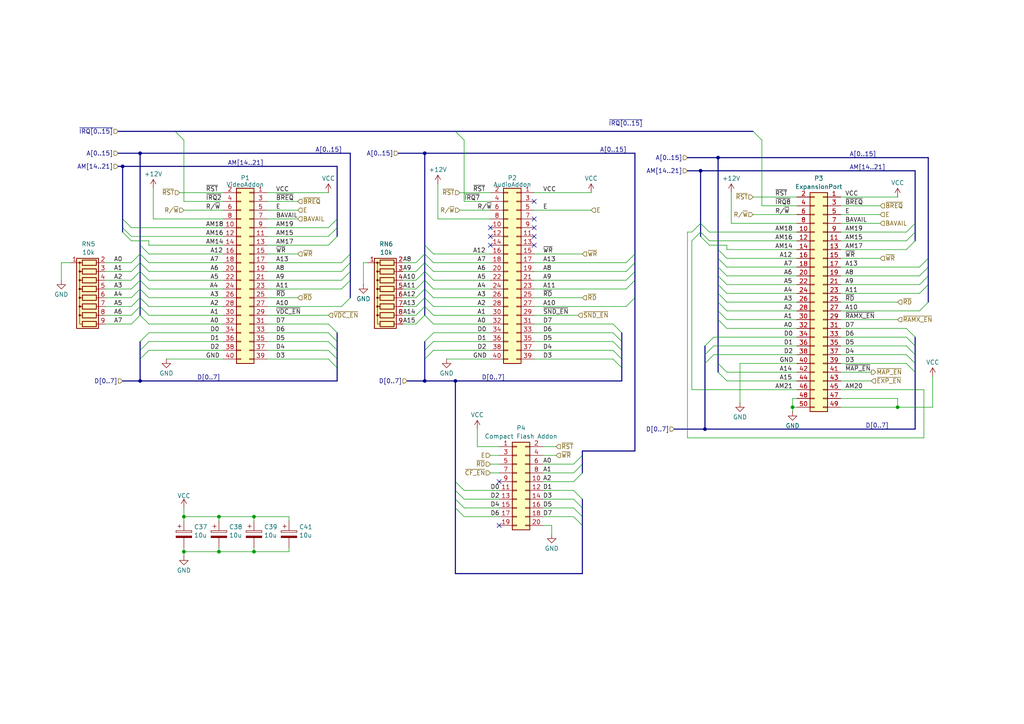
<source format=kicad_sch>
(kicad_sch (version 20250114) (generator "eeschema") (generator_version "9.0")
  (paper "A4")
  (title_block (title "MicroLind - Addon & Expansion Ports") (date "2025-08-15") (rev "C1") (company "Sperly Retro Electronics"))
  (lib_symbols
    (symbol "Connector_Generic:Conn_02x10_Odd_Even" (pin_names (offset 1.016) (hide yes))
      (property "Reference" "J" (at 1.27 12.7 0))
      (property "Value" "Conn_02x10_Odd_Even" (at 1.27 -15.24 0))
      (symbol "Conn_02x10_Odd_Even_1_1"
        (pin passive line (at -5.08 10.16 0) (length 3.81) (name "Pin_1") (number "1"))
        (pin passive line (at -5.08 7.62 0) (length 3.81) (name "Pin_3") (number "3"))
        (pin passive line (at -5.08 5.08 0) (length 3.81) (name "Pin_5") (number "5"))
        (pin passive line (at -5.08 2.54 0) (length 3.81) (name "Pin_7") (number "7"))
        (pin passive line (at -5.08 0 0) (length 3.81) (name "Pin_9") (number "9"))
        (pin passive line (at -5.08 -2.54 0) (length 3.81) (name "Pin_11") (number "11"))
        (pin passive line (at -5.08 -5.08 0) (length 3.81) (name "Pin_13") (number "13"))
        (pin passive line (at -5.08 -7.62 0) (length 3.81) (name "Pin_15") (number "15"))
        (pin passive line (at -5.08 -10.16 0) (length 3.81) (name "Pin_17") (number "17"))
        (pin passive line (at -5.08 -12.7 0) (length 3.81) (name "Pin_19") (number "19"))
        (pin passive line (at 7.62 10.16 180) (length 3.81) (name "Pin_2") (number "2"))
        (pin passive line (at 7.62 7.62 180) (length 3.81) (name "Pin_4") (number "4"))
        (pin passive line (at 7.62 5.08 180) (length 3.81) (name "Pin_6") (number "6"))
        (pin passive line (at 7.62 2.54 180) (length 3.81) (name "Pin_8") (number "8"))
        (pin passive line (at 7.62 0 180) (length 3.81) (name "Pin_10") (number "10"))
        (pin passive line (at 7.62 -2.54 180) (length 3.81) (name "Pin_12") (number "12"))
        (pin passive line (at 7.62 -5.08 180) (length 3.81) (name "Pin_14") (number "14"))
        (pin passive line (at 7.62 -7.62 180) (length 3.81) (name "Pin_16") (number "16"))
        (pin passive line (at 7.62 -10.16 180) (length 3.81) (name "Pin_18") (number "18"))
        (pin passive line (at 7.62 -12.7 180) (length 3.81) (name "Pin_20") (number "20"))
      )
    )
    (symbol "Connector_Generic:Conn_02x20_Odd_Even" (pin_names (offset 1.016) (hide yes))
      (property "Reference" "J" (at 1.27 25.4 0))
      (property "Value" "Conn_02x20_Odd_Even" (at 1.27 -27.94 0))
      (symbol "Conn_02x20_Odd_Even_1_1"
        (pin passive line (at -5.08 22.86 0) (length 3.81) (name "Pin_1") (number "1"))
        (pin passive line (at -5.08 20.32 0) (length 3.81) (name "Pin_3") (number "3"))
        (pin passive line (at -5.08 17.78 0) (length 3.81) (name "Pin_5") (number "5"))
        (pin passive line (at -5.08 15.24 0) (length 3.81) (name "Pin_7") (number "7"))
        (pin passive line (at -5.08 12.7 0) (length 3.81) (name "Pin_9") (number "9"))
        (pin passive line (at -5.08 10.16 0) (length 3.81) (name "Pin_11") (number "11"))
        (pin passive line (at -5.08 7.62 0) (length 3.81) (name "Pin_13") (number "13"))
        (pin passive line (at -5.08 5.08 0) (length 3.81) (name "Pin_15") (number "15"))
        (pin passive line (at -5.08 2.54 0) (length 3.81) (name "Pin_17") (number "17"))
        (pin passive line (at -5.08 0 0) (length 3.81) (name "Pin_19") (number "19"))
        (pin passive line (at -5.08 -2.54 0) (length 3.81) (name "Pin_21") (number "21"))
        (pin passive line (at -5.08 -5.08 0) (length 3.81) (name "Pin_23") (number "23"))
        (pin passive line (at -5.08 -7.62 0) (length 3.81) (name "Pin_25") (number "25"))
        (pin passive line (at -5.08 -10.16 0) (length 3.81) (name "Pin_27") (number "27"))
        (pin passive line (at -5.08 -12.7 0) (length 3.81) (name "Pin_29") (number "29"))
        (pin passive line (at -5.08 -15.24 0) (length 3.81) (name "Pin_31") (number "31"))
        (pin passive line (at -5.08 -17.78 0) (length 3.81) (name "Pin_33") (number "33"))
        (pin passive line (at -5.08 -20.32 0) (length 3.81) (name "Pin_35") (number "35"))
        (pin passive line (at -5.08 -22.86 0) (length 3.81) (name "Pin_37") (number "37"))
        (pin passive line (at -5.08 -25.4 0) (length 3.81) (name "Pin_39") (number "39"))
        (pin passive line (at 7.62 22.86 180) (length 3.81) (name "Pin_2") (number "2"))
        (pin passive line (at 7.62 20.32 180) (length 3.81) (name "Pin_4") (number "4"))
        (pin passive line (at 7.62 17.78 180) (length 3.81) (name "Pin_6") (number "6"))
        (pin passive line (at 7.62 15.24 180) (length 3.81) (name "Pin_8") (number "8"))
        (pin passive line (at 7.62 12.7 180) (length 3.81) (name "Pin_10") (number "10"))
        (pin passive line (at 7.62 10.16 180) (length 3.81) (name "Pin_12") (number "12"))
        (pin passive line (at 7.62 7.62 180) (length 3.81) (name "Pin_14") (number "14"))
        (pin passive line (at 7.62 5.08 180) (length 3.81) (name "Pin_16") (number "16"))
        (pin passive line (at 7.62 2.54 180) (length 3.81) (name "Pin_18") (number "18"))
        (pin passive line (at 7.62 0 180) (length 3.81) (name "Pin_20") (number "20"))
        (pin passive line (at 7.62 -2.54 180) (length 3.81) (name "Pin_22") (number "22"))
        (pin passive line (at 7.62 -5.08 180) (length 3.81) (name "Pin_24") (number "24"))
        (pin passive line (at 7.62 -7.62 180) (length 3.81) (name "Pin_26") (number "26"))
        (pin passive line (at 7.62 -10.16 180) (length 3.81) (name "Pin_28") (number "28"))
        (pin passive line (at 7.62 -12.7 180) (length 3.81) (name "Pin_30") (number "30"))
        (pin passive line (at 7.62 -15.24 180) (length 3.81) (name "Pin_32") (number "32"))
        (pin passive line (at 7.62 -17.78 180) (length 3.81) (name "Pin_34") (number "34"))
        (pin passive line (at 7.62 -20.32 180) (length 3.81) (name "Pin_36") (number "36"))
        (pin passive line (at 7.62 -22.86 180) (length 3.81) (name "Pin_38") (number "38"))
        (pin passive line (at 7.62 -25.4 180) (length 3.81) (name "Pin_40") (number "40"))
      )
    )
    (symbol "Connector_Generic:Conn_02x25_Odd_Even" (pin_names (offset 1.016) (hide yes))
      (property "Reference" "J" (at 1.27 33.02 0))
      (property "Value" "Conn_02x25_Odd_Even" (at 1.27 -33.02 0))
      (symbol "Conn_02x25_Odd_Even_1_1"
        (pin passive line (at -5.08 30.48 0) (length 3.81) (name "Pin_1") (number "1"))
        (pin passive line (at -5.08 27.94 0) (length 3.81) (name "Pin_3") (number "3"))
        (pin passive line (at -5.08 25.4 0) (length 3.81) (name "Pin_5") (number "5"))
        (pin passive line (at -5.08 22.86 0) (length 3.81) (name "Pin_7") (number "7"))
        (pin passive line (at -5.08 20.32 0) (length 3.81) (name "Pin_9") (number "9"))
        (pin passive line (at -5.08 17.78 0) (length 3.81) (name "Pin_11") (number "11"))
        (pin passive line (at -5.08 15.24 0) (length 3.81) (name "Pin_13") (number "13"))
        (pin passive line (at -5.08 12.7 0) (length 3.81) (name "Pin_15") (number "15"))
        (pin passive line (at -5.08 10.16 0) (length 3.81) (name "Pin_17") (number "17"))
        (pin passive line (at -5.08 7.62 0) (length 3.81) (name "Pin_19") (number "19"))
        (pin passive line (at -5.08 5.08 0) (length 3.81) (name "Pin_21") (number "21"))
        (pin passive line (at -5.08 2.54 0) (length 3.81) (name "Pin_23") (number "23"))
        (pin passive line (at -5.08 0 0) (length 3.81) (name "Pin_25") (number "25"))
        (pin passive line (at -5.08 -2.54 0) (length 3.81) (name "Pin_27") (number "27"))
        (pin passive line (at -5.08 -5.08 0) (length 3.81) (name "Pin_29") (number "29"))
        (pin passive line (at -5.08 -7.62 0) (length 3.81) (name "Pin_31") (number "31"))
        (pin passive line (at -5.08 -10.16 0) (length 3.81) (name "Pin_33") (number "33"))
        (pin passive line (at -5.08 -12.7 0) (length 3.81) (name "Pin_35") (number "35"))
        (pin passive line (at -5.08 -15.24 0) (length 3.81) (name "Pin_37") (number "37"))
        (pin passive line (at -5.08 -17.78 0) (length 3.81) (name "Pin_39") (number "39"))
        (pin passive line (at -5.08 -20.32 0) (length 3.81) (name "Pin_41") (number "41"))
        (pin passive line (at -5.08 -22.86 0) (length 3.81) (name "Pin_43") (number "43"))
        (pin passive line (at -5.08 -25.4 0) (length 3.81) (name "Pin_45") (number "45"))
        (pin passive line (at -5.08 -27.94 0) (length 3.81) (name "Pin_47") (number "47"))
        (pin passive line (at -5.08 -30.48 0) (length 3.81) (name "Pin_49") (number "49"))
        (pin passive line (at 7.62 30.48 180) (length 3.81) (name "Pin_2") (number "2"))
        (pin passive line (at 7.62 27.94 180) (length 3.81) (name "Pin_4") (number "4"))
        (pin passive line (at 7.62 25.4 180) (length 3.81) (name "Pin_6") (number "6"))
        (pin passive line (at 7.62 22.86 180) (length 3.81) (name "Pin_8") (number "8"))
        (pin passive line (at 7.62 20.32 180) (length 3.81) (name "Pin_10") (number "10"))
        (pin passive line (at 7.62 17.78 180) (length 3.81) (name "Pin_12") (number "12"))
        (pin passive line (at 7.62 15.24 180) (length 3.81) (name "Pin_14") (number "14"))
        (pin passive line (at 7.62 12.7 180) (length 3.81) (name "Pin_16") (number "16"))
        (pin passive line (at 7.62 10.16 180) (length 3.81) (name "Pin_18") (number "18"))
        (pin passive line (at 7.62 7.62 180) (length 3.81) (name "Pin_20") (number "20"))
        (pin passive line (at 7.62 5.08 180) (length 3.81) (name "Pin_22") (number "22"))
        (pin passive line (at 7.62 2.54 180) (length 3.81) (name "Pin_24") (number "24"))
        (pin passive line (at 7.62 0 180) (length 3.81) (name "Pin_26") (number "26"))
        (pin passive line (at 7.62 -2.54 180) (length 3.81) (name "Pin_28") (number "28"))
        (pin passive line (at 7.62 -5.08 180) (length 3.81) (name "Pin_30") (number "30"))
        (pin passive line (at 7.62 -7.62 180) (length 3.81) (name "Pin_32") (number "32"))
        (pin passive line (at 7.62 -10.16 180) (length 3.81) (name "Pin_34") (number "34"))
        (pin passive line (at 7.62 -12.7 180) (length 3.81) (name "Pin_36") (number "36"))
        (pin passive line (at 7.62 -15.24 180) (length 3.81) (name "Pin_38") (number "38"))
        (pin passive line (at 7.62 -17.78 180) (length 3.81) (name "Pin_40") (number "40"))
        (pin passive line (at 7.62 -20.32 180) (length 3.81) (name "Pin_42") (number "42"))
        (pin passive line (at 7.62 -22.86 180) (length 3.81) (name "Pin_44") (number "44"))
        (pin passive line (at 7.62 -25.4 180) (length 3.81) (name "Pin_46") (number "46"))
        (pin passive line (at 7.62 -27.94 180) (length 3.81) (name "Pin_48") (number "48"))
        (pin passive line (at 7.62 -30.48 180) (length 3.81) (name "Pin_50") (number "50"))
      )
    )
    (symbol "Device:C_Polarized" (pin_numbers (hide yes)) (pin_names (offset 0.254))
      (property "Reference" "C" (at 0.635 2.54 0))
      (property "Value" "C_Polarized" (at 0.635 -2.54 0))
      (symbol "C_Polarized_1_1"
        (pin passive line (at 0 3.81 270) (length 2.794) (name "~") (number "1"))
        (pin passive line (at 0 -3.81 90) (length 2.794) (name "~") (number "2"))
      )
    )
    (symbol "Device:R_Network08" (pin_names (offset 0) (hide yes))
      (property "Reference" "RN" (at -12.7 0 90))
      (property "Value" "R_Network08" (at 10.16 0 90))
      (symbol "R_Network08_1_1"
        (pin passive line (at -10.16 5.08 270) (length 2.54) (name "common") (number "1"))
        (pin passive line (at -10.16 -5.08 90) (length 1.27) (name "R1") (number "2"))
        (pin passive line (at -7.62 -5.08 90) (length 1.27) (name "R2") (number "3"))
        (pin passive line (at -5.08 -5.08 90) (length 1.27) (name "R3") (number "4"))
        (pin passive line (at -2.54 -5.08 90) (length 1.27) (name "R4") (number "5"))
        (pin passive line (at 0 -5.08 90) (length 1.27) (name "R5") (number "6"))
        (pin passive line (at 2.54 -5.08 90) (length 1.27) (name "R6") (number "7"))
        (pin passive line (at 5.08 -5.08 90) (length 1.27) (name "R7") (number "8"))
        (pin passive line (at 7.62 -5.08 90) (length 1.27) (name "R8") (number "9"))
      )
    )
    (symbol "power:+12V" (power) (pin_numbers (hide yes)) (pin_names (offset 0) (hide yes))
      (property "Value" "+12V" (at 0 3.556 0))
      (symbol "+12V_1_1"
        (pin power_in line (at 0 0 90) (length 0) (name "~") (number "1"))
      )
    )
    (symbol "power:GND" (power) (pin_numbers (hide yes)) (pin_names (offset 0) (hide yes))
      (property "Value" "GND" (at 0 -3.81 0))
      (symbol "GND_1_1"
        (pin power_in line (at 0 0 270) (length 0) (name "~") (number "1"))
      )
    )
    (symbol "power:VCC" (power) (pin_numbers (hide yes)) (pin_names (offset 0) (hide yes))
      (property "Value" "VCC" (at 0 3.556 0))
      (symbol "VCC_1_1"
        (pin power_in line (at 0 0 90) (length 0) (name "~") (number "1"))
      )
    )
  )
  (junction (at 73.66 160.02))
  (junction (at 204.47 124.46))
  (junction (at 132.08 110.49))
  (junction (at 40.64 110.49))
  (junction (at 260.35 118.11))
  (junction (at 40.64 44.45))
  (junction (at 203.2 49.53))
  (junction (at 123.19 110.49))
  (junction (at 229.87 118.11))
  (junction (at 53.34 149.86))
  (junction (at 35.56 48.26))
  (junction (at 53.34 160.02))
  (junction (at 63.5 160.02))
  (junction (at 63.5 149.86))
  (junction (at 123.19 44.45))
  (junction (at 208.28 45.72))
  (junction (at 73.66 149.86))
  (no_connect (at 154.94 63.5))
  (no_connect (at 142.24 66.04))
  (no_connect (at 154.94 71.12))
  (no_connect (at 144.78 152.4))
  (no_connect (at 142.24 68.58))
  (no_connect (at 154.94 68.58))
  (no_connect (at 144.78 139.7))
  (no_connect (at 154.94 66.04))
  (no_connect (at 154.94 58.42))
  (no_connect (at 142.24 71.12))
  (bus_entry (at 123.19 78.74) (size -2.54 2.54))
  (bus_entry (at 123.19 83.82) (size -2.54 2.54))
  (bus_entry (at 210.82 77.47) (size -2.54 -2.54))
  (bus_entry (at 43.18 88.9) (size -2.54 -2.54))
  (bus_entry (at 95.25 66.04) (size 2.54 -2.54))
  (bus_entry (at 40.64 99.06) (size 2.54 -2.54))
  (bus_entry (at 168.91 137.16) (size -2.54 2.54))
  (bus_entry (at 125.73 86.36) (size -2.54 -2.54))
  (bus_entry (at 266.7 85.09) (size 2.54 -2.54))
  (bus_entry (at 210.82 87.63) (size -2.54 -2.54))
  (bus_entry (at 43.18 81.28) (size -2.54 -2.54))
  (bus_entry (at 40.64 88.9) (size -2.54 2.54))
  (bus_entry (at 132.08 144.78) (size 2.54 2.54))
  (bus_entry (at 168.91 149.86) (size -2.54 -2.54))
  (bus_entry (at 123.19 99.06) (size 2.54 -2.54))
  (bus_entry (at 210.82 92.71) (size -2.54 -2.54))
  (bus_entry (at 210.82 74.93) (size -2.54 -2.54))
  (bus_entry (at 205.74 71.12) (size -2.54 -2.54))
  (bus_entry (at 208.28 105.41) (size 2.54 2.54))
  (bus_entry (at 132.08 142.24) (size 2.54 2.54))
  (bus_entry (at 95.25 96.52) (size 2.54 2.54))
  (bus_entry (at 95.25 104.14) (size 2.54 2.54))
  (bus_entry (at 123.19 86.36) (size -2.54 2.54))
  (bus_entry (at 208.28 82.55) (size 2.54 2.54))
  (bus_entry (at 99.06 83.82) (size 2.54 -2.54))
  (bus_entry (at 132.08 139.7) (size 2.54 2.54))
  (bus_entry (at 123.19 73.66) (size -2.54 2.54))
  (bus_entry (at 95.25 93.98) (size 2.54 2.54))
  (bus_entry (at 262.89 100.33) (size 2.54 2.54))
  (bus_entry (at 262.89 97.79) (size 2.54 2.54))
  (bus_entry (at 262.89 69.85) (size 2.54 -2.54))
  (bus_entry (at 205.74 69.85) (size -2.54 -2.54))
  (bus_entry (at 35.56 66.04) (size 2.54 2.54))
  (bus_entry (at 204.47 105.41) (size 2.54 -2.54))
  (bus_entry (at 95.25 101.6) (size 2.54 2.54))
  (bus_entry (at 266.7 80.01) (size 2.54 -2.54))
  (bus_entry (at 132.08 147.32) (size 2.54 2.54))
  (bus_entry (at 168.91 144.78) (size -2.54 -2.54))
  (bus_entry (at 43.18 73.66) (size -2.54 -2.54))
  (bus_entry (at 99.06 78.74) (size 2.54 -2.54))
  (bus_entry (at 200.66 67.31) (size 2.54 -2.54))
  (bus_entry (at 177.8 99.06) (size 2.54 2.54))
  (bus_entry (at 43.18 91.44) (size -2.54 -2.54))
  (bus_entry (at 99.06 81.28) (size 2.54 -2.54))
  (bus_entry (at 204.47 102.87) (size 2.54 -2.54))
  (bus_entry (at 40.64 101.6) (size 2.54 -2.54))
  (bus_entry (at 168.91 132.08) (size -2.54 2.54))
  (bus_entry (at 43.18 78.74) (size -2.54 -2.54))
  (bus_entry (at 123.19 76.2) (size -2.54 2.54))
  (bus_entry (at 35.56 67.31) (size 2.54 2.54))
  (bus_entry (at 123.19 81.28) (size -2.54 2.54))
  (bus_entry (at 262.89 72.39) (size 2.54 -2.54))
  (bus_entry (at 123.19 101.6) (size 2.54 -2.54))
  (bus_entry (at 177.8 93.98) (size 2.54 2.54))
  (bus_entry (at 40.64 104.14) (size 2.54 -2.54))
  (bus_entry (at 35.56 63.5) (size 2.54 2.54))
  (bus_entry (at 205.74 67.31) (size -2.54 -2.54))
  (bus_entry (at 181.61 81.28) (size 2.54 -2.54))
  (bus_entry (at 40.64 81.28) (size -2.54 2.54))
  (bus_entry (at 43.18 86.36) (size -2.54 -2.54))
  (bus_entry (at 95.25 68.58) (size 2.54 -2.54))
  (bus_entry (at 43.18 83.82) (size -2.54 -2.54))
  (bus_entry (at 262.89 102.87) (size 2.54 2.54))
  (bus_entry (at 125.73 88.9) (size -2.54 -2.54))
  (bus_entry (at 262.89 95.25) (size 2.54 2.54))
  (bus_entry (at 204.47 100.33) (size 2.54 -2.54))
  (bus_entry (at 95.25 71.12) (size 2.54 -2.54))
  (bus_entry (at 208.28 107.95) (size 2.54 2.54))
  (bus_entry (at 125.73 91.44) (size -2.54 -2.54))
  (bus_entry (at 210.82 80.01) (size -2.54 -2.54))
  (bus_entry (at 123.19 104.14) (size 2.54 -2.54))
  (bus_entry (at 40.64 76.2) (size -2.54 2.54))
  (bus_entry (at 132.08 38.1) (size 2.54 2.54))
  (bus_entry (at 203.2 67.31) (size -2.54 2.54))
  (bus_entry (at 181.61 76.2) (size 2.54 -2.54))
  (bus_entry (at 181.61 78.74) (size 2.54 -2.54))
  (bus_entry (at 210.82 95.25) (size -2.54 -2.54))
  (bus_entry (at 181.61 88.9) (size 2.54 -2.54))
  (bus_entry (at 125.73 81.28) (size -2.54 -2.54))
  (bus_entry (at 125.73 73.66) (size -2.54 -2.54))
  (bus_entry (at 266.7 77.47) (size 2.54 -2.54))
  (bus_entry (at 123.19 88.9) (size -2.54 2.54))
  (bus_entry (at 50.8 38.1) (size 2.54 2.54))
  (bus_entry (at 168.91 134.62) (size -2.54 2.54))
  (bus_entry (at 99.06 88.9) (size 2.54 -2.54))
  (bus_entry (at 40.64 86.36) (size -2.54 2.54))
  (bus_entry (at 177.8 101.6) (size 2.54 2.54))
  (bus_entry (at 262.89 67.31) (size 2.54 -2.54))
  (bus_entry (at 99.06 76.2) (size 2.54 -2.54))
  (bus_entry (at 43.18 76.2) (size -2.54 -2.54))
  (bus_entry (at 218.44 38.1) (size 2.54 2.54))
  (bus_entry (at 43.18 93.98) (size -2.54 -2.54))
  (bus_entry (at 168.91 152.4) (size -2.54 -2.54))
  (bus_entry (at 266.7 82.55) (size 2.54 -2.54))
  (bus_entry (at 40.64 73.66) (size -2.54 2.54))
  (bus_entry (at 266.7 90.17) (size 2.54 -2.54))
  (bus_entry (at 210.82 90.17) (size -2.54 -2.54))
  (bus_entry (at 123.19 91.44) (size -2.54 2.54))
  (bus_entry (at 125.73 93.98) (size -2.54 -2.54))
  (bus_entry (at 177.8 104.14) (size 2.54 2.54))
  (bus_entry (at 95.25 99.06) (size 2.54 2.54))
  (bus_entry (at 123.19 81.28) (size 2.54 2.54))
  (bus_entry (at 40.64 83.82) (size -2.54 2.54))
  (bus_entry (at 168.91 147.32) (size -2.54 -2.54))
  (bus_entry (at 125.73 76.2) (size -2.54 -2.54))
  (bus_entry (at 262.89 105.41) (size 2.54 2.54))
  (bus_entry (at 210.82 82.55) (size -2.54 -2.54))
  (bus_entry (at 125.73 78.74) (size -2.54 -2.54))
  (bus_entry (at 40.64 91.44) (size -2.54 2.54))
  (bus_entry (at 40.64 78.74) (size -2.54 2.54))
  (bus_entry (at 177.8 96.52) (size 2.54 2.54))
  (bus_entry (at 181.61 83.82) (size 2.54 -2.54))
  (bus (pts (xy 265.43 105.41) (xy 265.43 107.95)))
  (wire (pts (xy 243.84 110.49) (xy 252.73 110.49)))
  (bus (pts (xy 97.79 99.06) (xy 97.79 101.6)))
  (wire (pts (xy 243.84 57.15) (xy 260.35 57.15)))
  (wire (pts (xy 53.34 147.32) (xy 53.34 149.86)))
  (bus (pts (xy 184.15 73.66) (xy 184.15 76.2)))
  (wire (pts (xy 157.48 142.24) (xy 166.37 142.24)))
  (wire (pts (xy 229.87 118.11) (xy 231.14 118.11)))
  (wire (pts (xy 125.73 88.9) (xy 142.24 88.9)))
  (bus (pts (xy 40.64 81.28) (xy 40.64 78.74)))
  (bus (pts (xy 97.79 104.14) (xy 97.79 106.68)))
  (bus (pts (xy 265.43 64.77) (xy 265.43 49.53)))
  (bus (pts (xy 203.2 64.77) (xy 203.2 67.31)))
  (wire (pts (xy 210.82 80.01) (xy 231.14 80.01)))
  (wire (pts (xy 231.14 115.57) (xy 229.87 115.57)))
  (bus (pts (xy 180.34 106.68) (xy 180.34 110.49)))
  (bus (pts (xy 180.34 104.14) (xy 180.34 106.68)))
  (bus (pts (xy 40.64 91.44) (xy 40.64 88.9)))
  (wire (pts (xy 154.94 81.28) (xy 181.61 81.28)))
  (wire (pts (xy 157.48 149.86) (xy 166.37 149.86)))
  (wire (pts (xy 43.18 93.98) (xy 64.77 93.98)))
  (wire (pts (xy 243.84 85.09) (xy 266.7 85.09)))
  (bus (pts (xy 101.6 81.28) (xy 101.6 86.36)))
  (bus (pts (xy 123.19 78.74) (xy 123.19 76.2)))
  (wire (pts (xy 77.47 86.36) (xy 86.36 86.36)))
  (wire (pts (xy 30.48 76.2) (xy 38.1 76.2)))
  (wire (pts (xy 116.84 86.36) (xy 120.65 86.36)))
  (wire (pts (xy 133.35 55.88) (xy 142.24 55.88)))
  (bus (pts (xy 195.58 124.46) (xy 204.47 124.46)))
  (wire (pts (xy 43.18 88.9) (xy 64.77 88.9)))
  (bus (pts (xy 40.64 44.45) (xy 101.6 44.45)))
  (wire (pts (xy 214.63 105.41) (xy 231.14 105.41)))
  (bus (pts (xy 97.79 66.04) (xy 97.79 63.5)))
  (bus (pts (xy 208.28 72.39) (xy 208.28 74.93)))
  (bus (pts (xy 168.91 149.86) (xy 168.91 152.4)))
  (bus (pts (xy 265.43 67.31) (xy 265.43 64.77)))
  (bus (pts (xy 269.24 45.72) (xy 269.24 74.93)))
  (bus (pts (xy 132.08 110.49) (xy 123.19 110.49)))
  (wire (pts (xy 133.35 60.96) (xy 142.24 60.96)))
  (bus (pts (xy 101.6 78.74) (xy 101.6 81.28)))
  (wire (pts (xy 157.48 144.78) (xy 166.37 144.78)))
  (wire (pts (xy 77.47 99.06) (xy 95.25 99.06)))
  (wire (pts (xy 77.47 68.58) (xy 95.25 68.58)))
  (wire (pts (xy 270.51 118.11) (xy 260.35 118.11)))
  (bus (pts (xy 101.6 76.2) (xy 101.6 78.74)))
  (wire (pts (xy 243.84 80.01) (xy 266.7 80.01)))
  (wire (pts (xy 220.98 59.69) (xy 231.14 59.69)))
  (wire (pts (xy 199.39 127) (xy 267.97 127)))
  (wire (pts (xy 116.84 93.98) (xy 120.65 93.98)))
  (bus (pts (xy 208.28 77.47) (xy 208.28 74.93)))
  (wire (pts (xy 43.18 71.12) (xy 64.77 71.12)))
  (wire (pts (xy 154.94 96.52) (xy 177.8 96.52)))
  (wire (pts (xy 267.97 127) (xy 267.97 113.03)))
  (bus (pts (xy 180.34 110.49) (xy 132.08 110.49)))
  (bus (pts (xy 265.43 69.85) (xy 265.43 67.31)))
  (wire (pts (xy 229.87 115.57) (xy 229.87 118.11)))
  (wire (pts (xy 125.73 96.52) (xy 142.24 96.52)))
  (wire (pts (xy 43.18 78.74) (xy 64.77 78.74)))
  (bus (pts (xy 40.64 73.66) (xy 40.64 71.12)))
  (bus (pts (xy 208.28 92.71) (xy 208.28 105.41)))
  (bus (pts (xy 132.08 139.7) (xy 132.08 142.24)))
  (bus (pts (xy 101.6 73.66) (xy 101.6 76.2)))
  (wire (pts (xy 210.82 72.39) (xy 231.14 72.39)))
  (wire (pts (xy 154.94 91.44) (xy 167.64 91.44)))
  (wire (pts (xy 30.48 81.28) (xy 38.1 81.28)))
  (wire (pts (xy 30.48 88.9) (xy 38.1 88.9)))
  (wire (pts (xy 73.66 151.13) (xy 73.66 149.86)))
  (wire (pts (xy 77.47 55.88) (xy 95.25 55.88)))
  (wire (pts (xy 125.73 93.98) (xy 142.24 93.98)))
  (wire (pts (xy 30.48 91.44) (xy 38.1 91.44)))
  (bus (pts (xy 123.19 78.74) (xy 123.19 81.28)))
  (wire (pts (xy 243.84 92.71) (xy 260.35 92.71)))
  (wire (pts (xy 210.82 87.63) (xy 231.14 87.63)))
  (wire (pts (xy 77.47 76.2) (xy 99.06 76.2)))
  (bus (pts (xy 184.15 81.28) (xy 184.15 86.36)))
  (wire (pts (xy 243.84 100.33) (xy 262.89 100.33)))
  (wire (pts (xy 53.34 149.86) (xy 53.34 151.13)))
  (wire (pts (xy 77.47 78.74) (xy 99.06 78.74)))
  (wire (pts (xy 125.73 83.82) (xy 142.24 83.82)))
  (wire (pts (xy 243.84 90.17) (xy 266.7 90.17)))
  (wire (pts (xy 77.47 73.66) (xy 86.36 73.66)))
  (wire (pts (xy 200.66 113.03) (xy 231.14 113.03)))
  (wire (pts (xy 157.48 132.08) (xy 161.29 132.08)))
  (wire (pts (xy 220.98 40.64) (xy 220.98 59.69)))
  (wire (pts (xy 63.5 149.86) (xy 73.66 149.86)))
  (wire (pts (xy 77.47 83.82) (xy 99.06 83.82)))
  (bus (pts (xy 208.28 82.55) (xy 208.28 85.09)))
  (wire (pts (xy 154.94 55.88) (xy 171.45 55.88)))
  (bus (pts (xy 123.19 99.06) (xy 123.19 101.6)))
  (bus (pts (xy 123.19 44.45) (xy 123.19 71.12)))
  (bus (pts (xy 40.64 110.49) (xy 35.56 110.49)))
  (bus (pts (xy 208.28 80.01) (xy 208.28 77.47)))
  (bus (pts (xy 203.2 49.53) (xy 203.2 64.77)))
  (wire (pts (xy 116.84 88.9) (xy 120.65 88.9)))
  (bus (pts (xy 132.08 142.24) (xy 132.08 144.78)))
  (bus (pts (xy 123.19 104.14) (xy 123.19 110.49)))
  (bus (pts (xy 50.8 38.1) (xy 132.08 38.1)))
  (wire (pts (xy 53.34 60.96) (xy 64.77 60.96)))
  (wire (pts (xy 43.18 101.6) (xy 64.77 101.6)))
  (wire (pts (xy 210.82 107.95) (xy 231.14 107.95)))
  (wire (pts (xy 210.82 85.09) (xy 231.14 85.09)))
  (wire (pts (xy 142.24 134.62) (xy 144.78 134.62)))
  (bus (pts (xy 97.79 101.6) (xy 97.79 104.14)))
  (wire (pts (xy 38.1 66.04) (xy 64.77 66.04)))
  (wire (pts (xy 116.84 91.44) (xy 120.65 91.44)))
  (bus (pts (xy 132.08 144.78) (xy 132.08 147.32)))
  (wire (pts (xy 53.34 40.64) (xy 53.34 58.42)))
  (wire (pts (xy 243.84 87.63) (xy 260.35 87.63)))
  (bus (pts (xy 208.28 90.17) (xy 208.28 87.63)))
  (wire (pts (xy 218.44 62.23) (xy 231.14 62.23)))
  (wire (pts (xy 243.84 72.39) (xy 262.89 72.39)))
  (wire (pts (xy 243.84 59.69) (xy 255.27 59.69)))
  (wire (pts (xy 125.73 76.2) (xy 142.24 76.2)))
  (bus (pts (xy 40.64 86.36) (xy 40.64 83.82)))
  (bus (pts (xy 269.24 77.47) (xy 269.24 80.01)))
  (bus (pts (xy 208.28 105.41) (xy 208.28 107.95)))
  (bus (pts (xy 132.08 38.1) (xy 218.44 38.1)))
  (bus (pts (xy 269.24 80.01) (xy 269.24 82.55)))
  (wire (pts (xy 77.47 71.12) (xy 95.25 71.12)))
  (wire (pts (xy 207.01 97.79) (xy 231.14 97.79)))
  (wire (pts (xy 200.66 67.31) (xy 199.39 67.31)))
  (bus (pts (xy 208.28 92.71) (xy 208.28 90.17)))
  (wire (pts (xy 127 63.5) (xy 127 53.34)))
  (wire (pts (xy 243.84 97.79) (xy 262.89 97.79)))
  (wire (pts (xy 38.1 68.58) (xy 64.77 68.58)))
  (wire (pts (xy 243.84 64.77) (xy 255.27 64.77)))
  (bus (pts (xy 97.79 63.5) (xy 97.79 48.26)))
  (bus (pts (xy 208.28 80.01) (xy 208.28 82.55)))
  (wire (pts (xy 83.82 151.13) (xy 83.82 149.86)))
  (wire (pts (xy 105.41 76.2) (xy 105.41 82.55)))
  (bus (pts (xy 168.91 132.08) (xy 168.91 134.62)))
  (wire (pts (xy 43.18 99.06) (xy 64.77 99.06)))
  (wire (pts (xy 154.94 101.6) (xy 177.8 101.6)))
  (wire (pts (xy 125.73 86.36) (xy 142.24 86.36)))
  (wire (pts (xy 77.47 91.44) (xy 95.25 91.44)))
  (wire (pts (xy 154.94 86.36) (xy 168.91 86.36)))
  (wire (pts (xy 63.5 160.02) (xy 63.5 158.75)))
  (wire (pts (xy 166.37 137.16) (xy 157.48 137.16)))
  (wire (pts (xy 260.35 118.11) (xy 260.35 115.57)))
  (wire (pts (xy 43.18 83.82) (xy 64.77 83.82)))
  (wire (pts (xy 83.82 149.86) (xy 73.66 149.86)))
  (wire (pts (xy 154.94 83.82) (xy 181.61 83.82)))
  (wire (pts (xy 30.48 83.82) (xy 38.1 83.82)))
  (bus (pts (xy 208.28 45.72) (xy 269.24 45.72)))
  (wire (pts (xy 166.37 139.7) (xy 157.48 139.7)))
  (bus (pts (xy 40.64 78.74) (xy 40.64 76.2)))
  (wire (pts (xy 125.73 73.66) (xy 142.24 73.66)))
  (bus (pts (xy 40.64 101.6) (xy 40.64 104.14)))
  (bus (pts (xy 168.91 130.81) (xy 168.91 132.08)))
  (wire (pts (xy 207.01 100.33) (xy 231.14 100.33)))
  (bus (pts (xy 269.24 74.93) (xy 269.24 77.47)))
  (wire (pts (xy 207.01 102.87) (xy 231.14 102.87)))
  (bus (pts (xy 132.08 147.32) (xy 132.08 166.37)))
  (wire (pts (xy 43.18 91.44) (xy 64.77 91.44)))
  (bus (pts (xy 115.57 44.45) (xy 123.19 44.45)))
  (wire (pts (xy 160.02 154.94) (xy 160.02 152.4)))
  (wire (pts (xy 30.48 93.98) (xy 38.1 93.98)))
  (bus (pts (xy 40.64 99.06) (xy 40.64 101.6)))
  (wire (pts (xy 77.47 58.42) (xy 86.36 58.42)))
  (bus (pts (xy 203.2 67.31) (xy 203.2 68.58)))
  (wire (pts (xy 43.18 69.85) (xy 43.18 71.12)))
  (wire (pts (xy 73.66 160.02) (xy 73.66 158.75)))
  (bus (pts (xy 180.34 101.6) (xy 180.34 104.14)))
  (bus (pts (xy 123.19 81.28) (xy 123.19 83.82)))
  (wire (pts (xy 199.39 67.31) (xy 199.39 127)))
  (wire (pts (xy 210.82 110.49) (xy 231.14 110.49)))
  (wire (pts (xy 53.34 149.86) (xy 63.5 149.86)))
  (wire (pts (xy 142.24 63.5) (xy 127 63.5)))
  (wire (pts (xy 125.73 81.28) (xy 142.24 81.28)))
  (wire (pts (xy 243.84 115.57) (xy 260.35 115.57)))
  (wire (pts (xy 77.47 81.28) (xy 99.06 81.28)))
  (bus (pts (xy 184.15 130.81) (xy 168.91 130.81)))
  (wire (pts (xy 20.32 76.2) (xy 17.78 76.2)))
  (bus (pts (xy 123.19 86.36) (xy 123.19 83.82)))
  (wire (pts (xy 218.44 57.15) (xy 231.14 57.15)))
  (wire (pts (xy 243.84 82.55) (xy 266.7 82.55)))
  (wire (pts (xy 134.62 149.86) (xy 144.78 149.86)))
  (wire (pts (xy 160.02 152.4) (xy 157.48 152.4)))
  (bus (pts (xy 34.29 44.45) (xy 40.64 44.45)))
  (wire (pts (xy 77.47 60.96) (xy 86.36 60.96)))
  (wire (pts (xy 154.94 104.14) (xy 177.8 104.14)))
  (bus (pts (xy 184.15 78.74) (xy 184.15 81.28)))
  (wire (pts (xy 142.24 132.08) (xy 144.78 132.08)))
  (wire (pts (xy 154.94 88.9) (xy 181.61 88.9)))
  (wire (pts (xy 38.1 69.85) (xy 43.18 69.85)))
  (wire (pts (xy 154.94 76.2) (xy 181.61 76.2)))
  (bus (pts (xy 168.91 134.62) (xy 168.91 137.16)))
  (wire (pts (xy 77.47 101.6) (xy 95.25 101.6)))
  (wire (pts (xy 129.54 104.14) (xy 142.24 104.14)))
  (bus (pts (xy 35.56 66.04) (xy 35.56 67.31)))
  (wire (pts (xy 210.82 92.71) (xy 231.14 92.71)))
  (wire (pts (xy 53.34 160.02) (xy 63.5 160.02)))
  (bus (pts (xy 97.79 96.52) (xy 97.79 99.06)))
  (wire (pts (xy 166.37 134.62) (xy 157.48 134.62)))
  (bus (pts (xy 123.19 110.49) (xy 118.11 110.49)))
  (wire (pts (xy 243.84 77.47) (xy 266.7 77.47)))
  (bus (pts (xy 180.34 99.06) (xy 180.34 101.6)))
  (wire (pts (xy 210.82 71.12) (xy 210.82 72.39)))
  (wire (pts (xy 63.5 160.02) (xy 73.66 160.02)))
  (bus (pts (xy 265.43 102.87) (xy 265.43 105.41)))
  (wire (pts (xy 106.68 76.2) (xy 105.41 76.2)))
  (wire (pts (xy 116.84 83.82) (xy 120.65 83.82)))
  (bus (pts (xy 208.28 45.72) (xy 208.28 72.39)))
  (wire (pts (xy 229.87 118.11) (xy 229.87 119.38)))
  (bus (pts (xy 123.19 76.2) (xy 123.19 73.66)))
  (wire (pts (xy 77.47 63.5) (xy 86.36 63.5)))
  (bus (pts (xy 199.39 49.53) (xy 203.2 49.53)))
  (bus (pts (xy 265.43 49.53) (xy 203.2 49.53)))
  (wire (pts (xy 205.74 69.85) (xy 231.14 69.85)))
  (bus (pts (xy 199.39 45.72) (xy 208.28 45.72)))
  (wire (pts (xy 53.34 158.75) (xy 53.34 160.02)))
  (bus (pts (xy 168.91 144.78) (xy 168.91 147.32)))
  (wire (pts (xy 205.74 67.31) (xy 231.14 67.31)))
  (wire (pts (xy 30.48 78.74) (xy 38.1 78.74)))
  (bus (pts (xy 35.56 48.26) (xy 97.79 48.26)))
  (wire (pts (xy 77.47 104.14) (xy 95.25 104.14)))
  (bus (pts (xy 97.79 106.68) (xy 97.79 110.49)))
  (wire (pts (xy 43.18 81.28) (xy 64.77 81.28)))
  (bus (pts (xy 265.43 100.33) (xy 265.43 102.87)))
  (wire (pts (xy 205.74 71.12) (xy 210.82 71.12)))
  (bus (pts (xy 204.47 105.41) (xy 204.47 102.87)))
  (wire (pts (xy 44.45 63.5) (xy 44.45 54.61)))
  (bus (pts (xy 132.08 110.49) (xy 132.08 139.7)))
  (wire (pts (xy 73.66 160.02) (xy 83.82 160.02)))
  (wire (pts (xy 125.73 101.6) (xy 142.24 101.6)))
  (wire (pts (xy 210.82 77.47) (xy 231.14 77.47)))
  (bus (pts (xy 269.24 82.55) (xy 269.24 87.63)))
  (wire (pts (xy 210.82 82.55) (xy 231.14 82.55)))
  (wire (pts (xy 210.82 90.17) (xy 231.14 90.17)))
  (wire (pts (xy 134.62 58.42) (xy 142.24 58.42)))
  (wire (pts (xy 154.94 78.74) (xy 181.61 78.74)))
  (bus (pts (xy 35.56 63.5) (xy 35.56 66.04)))
  (wire (pts (xy 125.73 99.06) (xy 142.24 99.06)))
  (wire (pts (xy 138.43 129.54) (xy 138.43 124.46)))
  (bus (pts (xy 132.08 166.37) (xy 168.91 166.37)))
  (bus (pts (xy 184.15 76.2) (xy 184.15 78.74)))
  (wire (pts (xy 48.26 104.14) (xy 64.77 104.14)))
  (wire (pts (xy 64.77 63.5) (xy 44.45 63.5)))
  (bus (pts (xy 208.28 85.09) (xy 208.28 87.63)))
  (wire (pts (xy 154.94 73.66) (xy 168.91 73.66)))
  (bus (pts (xy 40.64 76.2) (xy 40.64 73.66)))
  (wire (pts (xy 134.62 147.32) (xy 144.78 147.32)))
  (bus (pts (xy 204.47 124.46) (xy 265.43 124.46)))
  (wire (pts (xy 210.82 74.93) (xy 231.14 74.93)))
  (bus (pts (xy 34.29 38.1) (xy 50.8 38.1)))
  (bus (pts (xy 123.19 88.9) (xy 123.19 86.36)))
  (wire (pts (xy 17.78 76.2) (xy 17.78 81.28)))
  (bus (pts (xy 265.43 107.95) (xy 265.43 124.46)))
  (bus (pts (xy 204.47 102.87) (xy 204.47 100.33)))
  (wire (pts (xy 52.07 55.88) (xy 64.77 55.88)))
  (wire (pts (xy 157.48 129.54) (xy 161.29 129.54)))
  (bus (pts (xy 40.64 104.14) (xy 40.64 110.49)))
  (wire (pts (xy 144.78 129.54) (xy 138.43 129.54)))
  (wire (pts (xy 154.94 93.98) (xy 177.8 93.98)))
  (wire (pts (xy 77.47 96.52) (xy 95.25 96.52)))
  (wire (pts (xy 243.84 95.25) (xy 262.89 95.25)))
  (wire (pts (xy 63.5 149.86) (xy 63.5 151.13)))
  (wire (pts (xy 125.73 91.44) (xy 142.24 91.44)))
  (bus (pts (xy 97.79 68.58) (xy 97.79 66.04)))
  (bus (pts (xy 168.91 147.32) (xy 168.91 149.86)))
  (wire (pts (xy 243.84 67.31) (xy 262.89 67.31)))
  (wire (pts (xy 43.18 96.52) (xy 64.77 96.52)))
  (wire (pts (xy 134.62 142.24) (xy 144.78 142.24)))
  (wire (pts (xy 116.84 76.2) (xy 120.65 76.2)))
  (wire (pts (xy 243.84 105.41) (xy 262.89 105.41)))
  (bus (pts (xy 40.64 88.9) (xy 40.64 86.36)))
  (wire (pts (xy 77.47 88.9) (xy 99.06 88.9)))
  (wire (pts (xy 116.84 78.74) (xy 120.65 78.74)))
  (bus (pts (xy 180.34 96.52) (xy 180.34 99.06)))
  (wire (pts (xy 53.34 58.42) (xy 64.77 58.42)))
  (wire (pts (xy 243.84 107.95) (xy 252.73 107.95)))
  (wire (pts (xy 83.82 158.75) (xy 83.82 160.02)))
  (bus (pts (xy 101.6 44.45) (xy 101.6 73.66)))
  (wire (pts (xy 43.18 86.36) (xy 64.77 86.36)))
  (bus (pts (xy 123.19 91.44) (xy 123.19 88.9)))
  (wire (pts (xy 125.73 78.74) (xy 142.24 78.74)))
  (wire (pts (xy 30.48 86.36) (xy 38.1 86.36)))
  (wire (pts (xy 260.35 118.11) (xy 243.84 118.11)))
  (bus (pts (xy 168.91 152.4) (xy 168.91 166.37)))
  (wire (pts (xy 214.63 116.84) (xy 214.63 105.41)))
  (bus (pts (xy 97.79 110.49) (xy 40.64 110.49)))
  (wire (pts (xy 243.84 102.87) (xy 262.89 102.87)))
  (wire (pts (xy 77.47 66.04) (xy 95.25 66.04)))
  (bus (pts (xy 184.15 44.45) (xy 184.15 73.66)))
  (wire (pts (xy 142.24 137.16) (xy 144.78 137.16)))
  (bus (pts (xy 40.64 83.82) (xy 40.64 81.28)))
  (wire (pts (xy 243.84 62.23) (xy 255.27 62.23)))
  (wire (pts (xy 243.84 69.85) (xy 262.89 69.85)))
  (bus (pts (xy 184.15 86.36) (xy 184.15 130.81)))
  (wire (pts (xy 270.51 118.11) (xy 270.51 109.22)))
  (bus (pts (xy 265.43 97.79) (xy 265.43 100.33)))
  (wire (pts (xy 116.84 81.28) (xy 120.65 81.28)))
  (bus (pts (xy 35.56 48.26) (xy 35.56 63.5)))
  (wire (pts (xy 157.48 147.32) (xy 166.37 147.32)))
  (wire (pts (xy 43.18 73.66) (xy 64.77 73.66)))
  (wire (pts (xy 134.62 40.64) (xy 134.62 58.42)))
  (wire (pts (xy 267.97 113.03) (xy 243.84 113.03)))
  (bus (pts (xy 40.64 44.45) (xy 40.64 71.12)))
  (bus (pts (xy 34.29 48.26) (xy 35.56 48.26)))
  (wire (pts (xy 77.47 93.98) (xy 95.25 93.98)))
  (wire (pts (xy 154.94 99.06) (xy 177.8 99.06)))
  (wire (pts (xy 212.09 64.77) (xy 212.09 55.88)))
  (bus (pts (xy 123.19 73.66) (xy 123.19 71.12)))
  (wire (pts (xy 134.62 144.78) (xy 144.78 144.78)))
  (wire (pts (xy 154.94 60.96) (xy 171.45 60.96)))
  (wire (pts (xy 210.82 95.25) (xy 231.14 95.25)))
  (wire (pts (xy 243.84 74.93) (xy 255.27 74.93)))
  (bus (pts (xy 204.47 105.41) (xy 204.47 124.46)))
  (wire (pts (xy 53.34 160.02) (xy 53.34 161.29)))
  (wire (pts (xy 43.18 76.2) (xy 64.77 76.2)))
  (wire (pts (xy 231.14 64.77) (xy 212.09 64.77)))
  (bus (pts (xy 123.19 101.6) (xy 123.19 104.14)))
  (wire (pts (xy 200.66 69.85) (xy 200.66 113.03)))
  (bus (pts (xy 123.19 44.45) (xy 184.15 44.45)))
  (label "A5" (at 60.96 81.28 0))
  (label "GND" (at 59.69 104.14 0))
  (label "AM14" (at 59.69 71.12 0))
  (label "A12" (at 137.16 73.66 0))
  (label "D1" (at 60.96 99.06 0))
  (label "R{slash}~{W}" (at 59.69 60.96 0))
  (label "A1" (at 60.96 91.44 0))
  (label "~{RD}" (at 245.11 87.63 0))
  (label "~{RST}" (at 224.79 57.15 0))
  (label "A1" (at 138.43 91.44 0))
  (label "~{WR}" (at 80.01 73.66 0))
  (label "D5" (at 157.48 147.32 0))
  (label "A5" (at 138.43 81.28 0))
  (label "A5" (at 33.02 88.9 0))
  (label "D1" (at 157.48 142.24 0))
  (label "~{VDC_EN}" (at 80.01 91.44 0))
  (label "A10" (at 157.48 88.9 0))
  (label "A8" (at 157.48 78.74 0))
  (label "D6" (at 80.01 96.52 0))
  (label "D4" (at 142.24 147.32 0))
  (label "AM20" (at 245.11 113.03 0))
  (label "A2" (at 33.02 81.28 0))
  (label "AM16" (at 59.69 68.58 0))
  (label "A6" (at 60.96 78.74 0))
  (label "AM[14..21]" (at 66.04 48.26 0))
  (label "E" (at 80.01 60.96 0))
  (label "D6" (at 245.11 97.79 0))
  (label "D[0..7]" (at 257.81 124.46 180))
  (label "R{slash}~{W}" (at 138.43 60.96 0))
  (label "A2" (at 60.96 88.9 0))
  (label "A0" (at 33.02 76.2 0))
  (label "D2" (at 138.43 101.6 0))
  (label "A0" (at 138.43 93.98 0))
  (label "AM16" (at 224.79 69.85 0))
  (label "~{RST}" (at 137.16 55.88 0))
  (label "AM15" (at 80.01 68.58 0))
  (label "D0" (at 227.33 97.79 0))
  (label "D4" (at 245.11 102.87 0))
  (label "A12" (at 60.96 73.66 0))
  (label "A7" (at 33.02 93.98 0))
  (label "A1" (at 227.33 92.71 0))
  (label "D7" (at 157.48 93.98 0))
  (label "D0" (at 138.43 96.52 0))
  (label "~{IRQ8}" (at 224.79 59.69 0))
  (label "A1" (at 33.02 78.74 0))
  (label "E" (at 245.11 62.23 0))
  (label "A7" (at 138.43 76.2 0))
  (label "A6" (at 138.43 78.74 0))
  (label "A3" (at 227.33 87.63 0))
  (label "A9" (at 116.84 78.74 0))
  (label "D4" (at 157.48 101.6 0))
  (label "~{RD}" (at 80.01 86.36 0))
  (label "D3" (at 157.48 104.14 0))
  (label "~{RD}" (at 157.48 86.36 0))
  (label "AM17" (at 245.11 72.39 0))
  (label "A13" (at 157.48 76.2 0))
  (label "A9" (at 80.01 81.28 0))
  (label "A9" (at 245.11 82.55 0))
  (label "A15" (at 226.06 110.49 0))
  (label "A14" (at 226.06 107.95 0))
  (label "A4" (at 227.33 85.09 0))
  (label "A3" (at 33.02 83.82 0))
  (label "A[0..15]" (at 173.99 44.45 0))
  (label "AM15" (at 245.11 69.85 0))
  (label "D3" (at 245.11 105.41 0))
  (label "BAVAIL" (at 80.01 63.5 0))
  (label "A4" (at 60.8162 83.82 0))
  (label "A6" (at 227.33 80.01 0))
  (label "A12" (at 116.84 86.36 0))
  (label "A[0..15]" (at 246.38 45.72 0))
  (label "~{MAP_EN}" (at 245.11 107.95 0))
  (label "GND" (at 226.06 105.41 0))
  (label "D0" (at 60.96 96.52 0))
  (label "A10" (at 80.01 88.9 0))
  (label "D[0..7]" (at 57.15 110.49 0))
  (label "A11" (at 116.84 83.82 0))
  (label "D4" (at 80.01 101.6 0))
  (label "A8" (at 116.84 76.2 0))
  (label "A13" (at 245.11 77.47 0))
  (label "D5" (at 157.48 99.06 0))
  (label "VCC" (at 80.01 55.88 0))
  (label "~{IRQ2}" (at 59.69 58.42 0))
  (label "AM[14..21]" (at 246.38 49.53 0))
  (label "A9" (at 157.48 81.28 0))
  (label "D1" (at 138.43 99.06 0))
  (label "D5" (at 80.01 99.06 0))
  (label "A13" (at 116.84 88.9 0))
  (label "A11" (at 157.48 83.82 0))
  (label "D5" (at 245.11 100.33 0))
  (label "A8" (at 80.01 78.74 0))
  (label "D7" (at 245.11 95.25 0))
  (label "AM18" (at 224.79 67.31 0))
  (label "A6" (at 33.02 91.44 0))
  (label "~{BREQ}" (at 80.01 58.42 0))
  (label "~{WR}" (at 157.48 73.66 0))
  (label "A7" (at 60.96 76.2 0))
  (label "BAVAIL" (at 245.11 64.77 0))
  (label "A11" (at 245.11 85.09 0))
  (label "A12" (at 226.06 74.93 0))
  (label "A10" (at 116.84 81.28 0))
  (label "D2" (at 142.24 144.78 0))
  (label "AM21" (at 224.79 113.03 0))
  (label "~{SND_EN}" (at 157.48 91.44 0))
  (label "A14" (at 116.84 91.44 0))
  (label "D2" (at 227.33 102.87 0))
  (label "A2" (at 138.43 88.9 0))
  (label "AM19" (at 80.01 66.04 0))
  (label "~{RST}" (at 59.69 55.88 0))
  (label "AM17" (at 80.01 71.12 0))
  (label "AM19" (at 245.11 67.31 0))
  (label "D7" (at 80.01 93.98 0))
  (label "D2" (at 60.96 101.6 0))
  (label "VCC" (at 245.11 57.15 0))
  (label "D3" (at 80.01 104.14 0))
  (label "A3" (at 138.43 86.36 0))
  (label "A7" (at 227.33 77.47 0))
  (label "VCC" (at 157.48 55.88 0))
  (label "A8" (at 245.11 80.01 0))
  (label "~{WR}" (at 245.11 74.93 0))
  (label "AM18" (at 59.69 66.04 0))
  (label "A1" (at 157.48 137.16 0))
  (label "D[0..7]" (at 139.7 110.49 0))
  (label "A11" (at 80.01 83.82 0))
  (label "A4" (at 33.02 86.36 0))
  (label "D6" (at 157.48 96.52 0))
  (label "A5" (at 227.33 82.55 0))
  (label "A0" (at 227.33 95.25 0))
  (label "A3" (at 60.96 86.36 0))
  (label "AM14" (at 224.79 72.39 0))
  (label "D1" (at 227.33 100.33 0))
  (label "E" (at 157.48 60.96 0))
  (label "A10" (at 245.11 90.17 0))
  (label "D6" (at 142.24 149.86 0))
  (label "GND" (at 137.16 104.14 0))
  (label "D0" (at 142.24 142.24 0))
  (label "A2" (at 227.33 90.17 0))
  (label "A0" (at 60.96 93.98 0))
  (label "A[0..15]" (at 91.44 44.45 0))
  (label "~{BREQ}" (at 245.11 59.69 0))
  (label "~{RAMX_EN}" (at 245.11 92.71 0))
  (label "A2" (at 157.48 139.7 0))
  (label "~{IRQ[0..15]}" (at 176.53 36.83 0))
  (label "D7" (at 157.48 149.86 0))
  (label "A0" (at 157.48 134.62 0))
  (label "D3" (at 157.48 144.78 0))
  (label "R{slash}~{W}" (at 224.79 62.23 0))
  (label "A4" (at 138.43 83.82 0))
  (label "A15" (at 116.84 93.98 0))
  (label "~{IRQ7}" (at 134.62 58.42 0))
  (label "A13" (at 80.01 76.2 0))
  (hierarchical_label "~{RD}" (shape input) (at 142.24 134.62 180))
  (hierarchical_label "R{slash}~{W}" (shape input) (at 53.34 60.96 180))
  (hierarchical_label "A[0..15]" (shape input) (at 199.39 45.72 180))
  (hierarchical_label "~{WR}" (shape input) (at 255.27 74.93 0))
  (hierarchical_label "R{slash}~{W}" (shape input) (at 218.44 62.23 180))
  (hierarchical_label "~{WR}" (shape input) (at 168.91 73.66 0))
  (hierarchical_label "A[0..15]" (shape input) (at 115.57 44.45 180))
  (hierarchical_label "A[0..15]" (shape input) (at 34.29 44.45 180))
  (hierarchical_label "~{RD}" (shape input) (at 168.91 86.36 0))
  (hierarchical_label "~{VDC_EN}" (shape input) (at 95.25 91.44 0))
  (hierarchical_label "~{WR}" (shape input) (at 161.29 132.08 0))
  (hierarchical_label "~{RST}" (shape input) (at 161.29 129.54 0))
  (hierarchical_label "~{RST}" (shape input) (at 52.07 55.88 180))
  (hierarchical_label "~{CF_EN}" (shape input) (at 142.24 137.16 180))
  (hierarchical_label "~{RD}" (shape input) (at 86.36 86.36 0))
  (hierarchical_label "BAVAIL" (shape input) (at 255.27 64.77 0))
  (hierarchical_label "~{IRQ[0..15]}" (shape input) (at 34.29 38.1 180))
  (hierarchical_label "E" (shape input) (at 86.36 60.96 0))
  (hierarchical_label "AM[14..21]" (shape input) (at 199.39 49.53 180))
  (hierarchical_label "~{SND_EN}" (shape input) (at 167.64 91.44 0))
  (hierarchical_label "~{EXP_EN}" (shape input) (at 252.73 110.49 0))
  (hierarchical_label "~{RD}" (shape input) (at 260.35 87.63 0))
  (hierarchical_label "D[0..7]" (shape input) (at 195.58 124.46 180))
  (hierarchical_label "BAVAIL" (shape input) (at 86.36 63.5 0))
  (hierarchical_label "~{RST}" (shape input) (at 218.44 57.15 180))
  (hierarchical_label "~{MAP_EN}" (shape output) (at 252.73 107.95 0))
  (hierarchical_label "~{RST}" (shape input) (at 133.35 55.88 180))
  (hierarchical_label "D[0..7]" (shape input) (at 35.56 110.49 180))
  (hierarchical_label "R{slash}~{W}" (shape input) (at 133.35 60.96 180))
  (hierarchical_label "E" (shape input) (at 142.24 132.08 180))
  (hierarchical_label "~{BREQ}" (shape input) (at 255.27 59.69 0))
  (hierarchical_label "~{BREQ}" (shape input) (at 86.36 58.42 0))
  (hierarchical_label "AM[14..21]" (shape input) (at 34.29 48.26 180))
  (hierarchical_label "E" (shape input) (at 255.27 62.23 0))
  (hierarchical_label "D[0..7]" (shape input) (at 118.11 110.49 180))
  (hierarchical_label "~{WR}" (shape input) (at 86.36 73.66 0))
  (hierarchical_label "E" (shape input) (at 171.45 60.96 0))
  (hierarchical_label "~{RAMX_EN}" (shape input) (at 260.35 92.71 0))
  (symbol (lib_id "power:VCC") (at 260.35 57.15 0) (unit 1)
    (property "Reference" "#PWR088" (effects (hide yes)))
    (property "Value" "VCC" (at 260.35 53.0169 0))
    (property "Description" "Power symbol creates a global label with name \"VCC\"" (effects (hide yes)))
  )
  (symbol (lib_id "power:+12V") (at 212.09 55.88 0) (unit 1)
    (property "Reference" "#PWR0128" (effects (hide yes)))
    (property "Value" "+12V" (at 212.09 51.7469 0))
    (property "Description" "Power symbol creates a global label with name \"+12V\"" (effects (hide yes)))
  )
  (symbol (lib_id "power:VCC") (at 270.51 109.22 0) (unit 1)
    (property "Reference" "#PWR089" (effects (hide yes)))
    (property "Value" "VCC" (at 270.51 105.0869 0))
    (property "Description" "Power symbol creates a global label with name \"VCC\"" (effects (hide yes)))
  )
  (symbol (lib_id "power:VCC") (at 138.43 124.46 0) (unit 1)
    (property "Reference" "#PWR073" (effects (hide yes)))
    (property "Value" "VCC" (at 138.43 120.3269 0))
    (property "Description" "Power symbol creates a global label with name \"VCC\"" (effects (hide yes)))
  )
  (symbol (lib_id "power:GND") (at 129.54 104.14 0) (unit 1)
    (property "Reference" "#PWR084" (effects (hide yes)))
    (property "Value" "GND" (at 129.54 108.2731 0))
    (property "Description" "Power symbol creates a global label with name \"GND\" , ground" (effects (hide yes)))
  )
  (symbol (lib_id "Device:C_Polarized") (at 83.82 154.94 0) (unit 1)
    (property "Reference" "C41" (at 86.741 152.8388 0) (effects (justify left)))
    (property "Value" "10u" (at 86.741 155.2631 0) (effects (justify left)))
    (property "Footprint" "Capacitor_THT:CP_Radial_D4.0mm_P2.00mm" (effects (hide yes)))
  )
  (symbol (lib_id "Connector_Generic:Conn_02x10_Odd_Even") (at 149.86 139.7 0) (unit 1)
    (property "Reference" "P4" (at 151.13 124.1255 0))
    (property "Value" "Compact Flash Addon" (at 151.13 126.5498 0))
    (property "Footprint" "Connector_PinSocket_2.54mm:PinSocket_2x10_P2.54mm_Vertical" (effects (hide yes)))
    (property "Description" "Generic connector, double row, 02x10, odd/even pin numbering scheme (row 1 odd numbers, row 2 even numbers), script generated (kicad-library-utils/schlib/autogen/connector/)" (effects (hide yes)))
  )
  (symbol (lib_id "power:GND") (at 160.02 154.94 0) (unit 1)
    (property "Reference" "#PWR094" (effects (hide yes)))
    (property "Value" "GND" (at 160.02 159.0731 0))
    (property "Description" "Power symbol creates a global label with name \"GND\" , ground" (effects (hide yes)))
  )
  (symbol (lib_id "power:VCC") (at 171.45 55.88 0) (unit 1)
    (property "Reference" "#PWR085" (effects (hide yes)))
    (property "Value" "VCC" (at 171.45 51.7469 0))
    (property "Description" "Power symbol creates a global label with name \"VCC\"" (effects (hide yes)))
  )
  (symbol (lib_id "power:GND") (at 48.26 104.14 0) (unit 1)
    (property "Reference" "#PWR082" (effects (hide yes)))
    (property "Value" "GND" (at 48.26 108.2731 0))
    (property "Description" "Power symbol creates a global label with name \"GND\" , ground" (effects (hide yes)))
  )
  (symbol (lib_id "power:GND") (at 53.34 161.29 0) (unit 1)
    (property "Reference" "#PWR093" (effects (hide yes)))
    (property "Value" "GND" (at 53.34 165.4255 0))
  )
  (symbol (lib_id "Device:R_Network08") (at 111.76 86.36 90) (mirror x) (unit 1)
    (property "Reference" "RN6" (at 112.014 70.7855 90))
    (property "Value" "10k" (at 112.014 73.2098 90))
    (property "Footprint" "Resistor_THT:R_Array_SIP9" (effects (hide yes)))
    (property "Datasheet" "http://www.vishay.com/docs/31509/csc.pdf" (effects (hide yes)))
    (property "Description" "8 resistor network, star topology, bussed resistors, small symbol" (effects (hide yes)))
  )
  (symbol (lib_id "Connector_Generic:Conn_02x20_Odd_Even") (at 149.86 78.74 0) (mirror y) (unit 1)
    (property "Reference" "P2" (at 148.59 51.6001 0))
    (property "Value" "AudioAddon" (at 148.59 53.5211 0))
    (property "Footprint" "Connector_PinSocket_2.54mm:PinSocket_2x20_P2.54mm_Vertical" (effects (hide yes)))
  )
  (symbol (lib_id "power:GND") (at 214.63 116.84 0) (unit 1)
    (property "Reference" "#PWR086" (effects (hide yes)))
    (property "Value" "GND" (at 214.63 120.9731 0))
    (property "Description" "Power symbol creates a global label with name \"GND\" , ground" (effects (hide yes)))
  )
  (symbol (lib_id "Device:C_Polarized") (at 63.5 154.94 0) (unit 1)
    (property "Reference" "C38" (at 66.421 152.8388 0) (effects (justify left)))
    (property "Value" "10u" (at 66.421 155.2631 0) (effects (justify left)))
    (property "Footprint" "Capacitor_THT:CP_Radial_D4.0mm_P2.00mm" (effects (hide yes)))
  )
  (symbol (lib_id "power:VCC") (at 53.34 147.32 0) (unit 1)
    (property "Reference" "#PWR092" (effects (hide yes)))
    (property "Value" "VCC" (at 53.34 143.8181 0))
  )
  (symbol (lib_id "Device:C_Polarized") (at 73.66 154.94 0) (unit 1)
    (property "Reference" "C39" (at 76.581 152.8388 0) (effects (justify left)))
    (property "Value" "10u" (at 76.581 155.2631 0) (effects (justify left)))
    (property "Footprint" "Capacitor_THT:CP_Radial_D4.0mm_P2.00mm" (effects (hide yes)))
  )
  (symbol (lib_id "Connector_Generic:Conn_02x25_Odd_Even") (at 238.76 87.63 0) (mirror y) (unit 1)
    (property "Reference" "P3" (at 237.49 51.7355 0))
    (property "Value" "ExpansionPort" (at 237.49 54.1598 0))
    (property "Footprint" "Connector_PinSocket_2.54mm:PinSocket_2x25_P2.54mm_Vertical" (effects (hide yes)))
    (property "Description" "Generic connector, double row, 02x25, odd/even pin numbering scheme (row 1 odd numbers, row 2 even numbers), script generated (kicad-library-utils/schlib/autogen/connector/)" (effects (hide yes)))
  )
  (symbol (lib_id "power:GND") (at 229.87 119.38 0) (unit 1)
    (property "Reference" "#PWR087" (effects (hide yes)))
    (property "Value" "GND" (at 229.87 123.5131 0))
    (property "Description" "Power symbol creates a global label with name \"GND\" , ground" (effects (hide yes)))
  )
  (symbol (lib_id "power:GND") (at 105.41 82.55 0) (unit 1)
    (property "Reference" "#PWR0124" (effects (hide yes)))
    (property "Value" "GND" (at 105.41 86.6831 0))
    (property "Description" "Power symbol creates a global label with name \"GND\" , ground" (effects (hide yes)))
  )
  (symbol (lib_id "Connector_Generic:Conn_02x20_Odd_Even") (at 72.39 78.74 0) (mirror y) (unit 1)
    (property "Reference" "P1" (at 71.12 51.6001 0))
    (property "Value" "VideoAddon" (at 71.12 53.5211 0))
    (property "Footprint" "Connector_PinSocket_2.54mm:PinSocket_2x20_P2.54mm_Vertical" (effects (hide yes)))
  )
  (symbol (lib_id "power:+12V") (at 127 53.34 0) (unit 1)
    (property "Reference" "#PWR0127" (effects (hide yes)))
    (property "Value" "+12V" (at 127 49.2069 0))
    (property "Description" "Power symbol creates a global label with name \"+12V\"" (effects (hide yes)))
  )
  (symbol (lib_id "Device:R_Network08") (at 25.4 86.36 90) (mirror x) (unit 1)
    (property "Reference" "RN5" (at 25.654 70.7855 90))
    (property "Value" "10k" (at 25.654 73.2098 90))
    (property "Footprint" "Resistor_THT:R_Array_SIP9" (effects (hide yes)))
    (property "Datasheet" "http://www.vishay.com/docs/31509/csc.pdf" (effects (hide yes)))
    (property "Description" "8 resistor network, star topology, bussed resistors, small symbol" (effects (hide yes)))
  )
  (symbol (lib_id "power:GND") (at 17.78 81.28 0) (unit 1)
    (property "Reference" "#PWR0122" (effects (hide yes)))
    (property "Value" "GND" (at 17.78 85.4131 0))
    (property "Description" "Power symbol creates a global label with name \"GND\" , ground" (effects (hide yes)))
  )
  (symbol (lib_id "Device:C_Polarized") (at 53.34 154.94 0) (unit 1)
    (property "Reference" "C37" (at 56.261 152.8388 0) (effects (justify left)))
    (property "Value" "10u" (at 56.261 155.2631 0) (effects (justify left)))
    (property "Footprint" "Capacitor_THT:CP_Radial_D4.0mm_P2.00mm" (effects (hide yes)))
  )
  (symbol (lib_id "power:+12V") (at 44.45 54.61 0) (unit 1)
    (property "Reference" "#PWR0126" (effects (hide yes)))
    (property "Value" "+12V" (at 44.45 50.4769 0))
    (property "Description" "Power symbol creates a global label with name \"+12V\"" (effects (hide yes)))
  )
  (symbol (lib_id "power:VCC") (at 95.25 55.88 0) (unit 1)
    (property "Reference" "#PWR083" (effects (hide yes)))
    (property "Value" "VCC" (at 95.25 51.7469 0))
    (property "Description" "Power symbol creates a global label with name \"VCC\"" (effects (hide yes)))
  )
)
</source>
